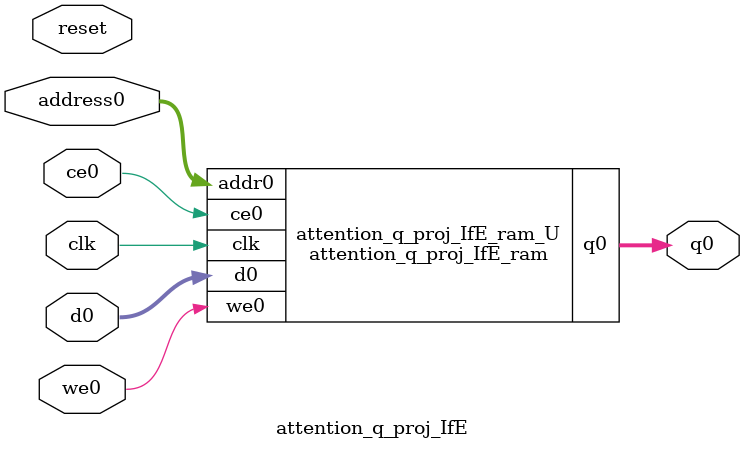
<source format=v>
`timescale 1 ns / 1 ps
module attention_q_proj_IfE_ram (addr0, ce0, d0, we0, q0,  clk);

parameter DWIDTH = 40;
parameter AWIDTH = 4;
parameter MEM_SIZE = 16;

input[AWIDTH-1:0] addr0;
input ce0;
input[DWIDTH-1:0] d0;
input we0;
output reg[DWIDTH-1:0] q0;
input clk;

(* ram_style = "distributed" *)reg [DWIDTH-1:0] ram[0:MEM_SIZE-1];




always @(posedge clk)  
begin 
    if (ce0) begin
        if (we0) 
            ram[addr0] <= d0; 
        q0 <= ram[addr0];
    end
end


endmodule

`timescale 1 ns / 1 ps
module attention_q_proj_IfE(
    reset,
    clk,
    address0,
    ce0,
    we0,
    d0,
    q0);

parameter DataWidth = 32'd40;
parameter AddressRange = 32'd16;
parameter AddressWidth = 32'd4;
input reset;
input clk;
input[AddressWidth - 1:0] address0;
input ce0;
input we0;
input[DataWidth - 1:0] d0;
output[DataWidth - 1:0] q0;



attention_q_proj_IfE_ram attention_q_proj_IfE_ram_U(
    .clk( clk ),
    .addr0( address0 ),
    .ce0( ce0 ),
    .we0( we0 ),
    .d0( d0 ),
    .q0( q0 ));

endmodule


</source>
